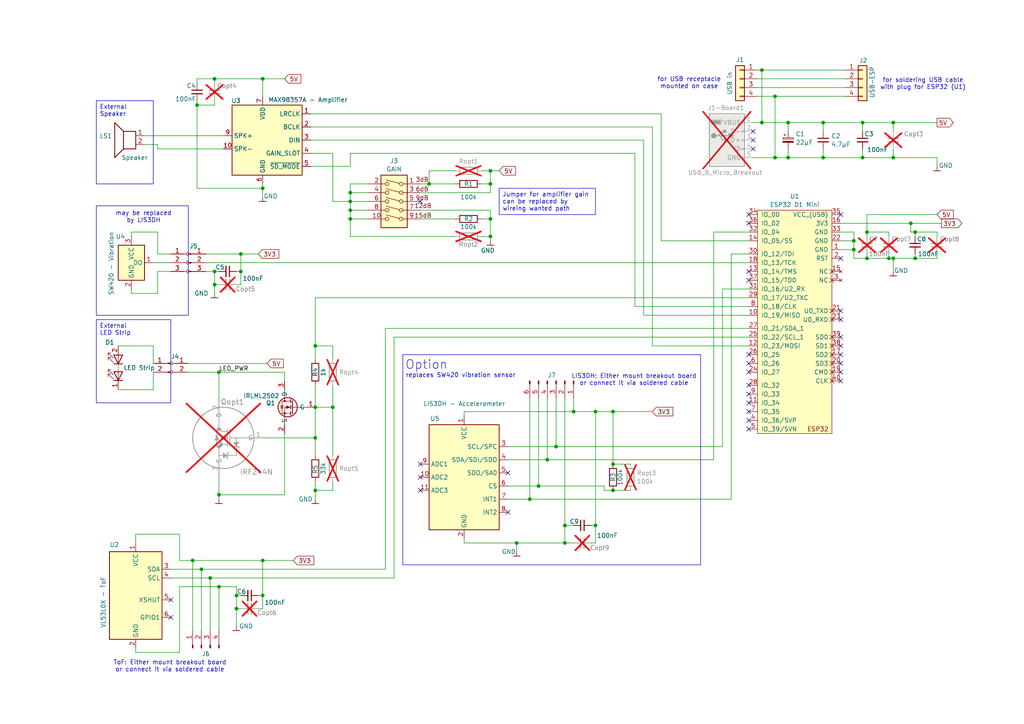
<source format=kicad_sch>
(kicad_sch (version 20250114) (generator "eeschema") (generator_version "9.0")
  (paper "A4")
  (title_block (title "LeoIoT - Goalfinder") (date "2025-05-31") (rev "01.04") (company "HTL Leonding, Leo Cub IoT") (comment 1 "SMD and Headers Only") (comment 2 "finding the basketball basket and hit detection") (comment 3 "Smart utility for guiding visually impaired people in "))
  (lib_symbols
    (symbol "Breakout_Boards:LIS3DH_Breakout"
      (property "Reference" "U" (at -8.89 16.51 0))
      (property "Value" "LIS3DH_Breakout" (at 9.144 16.51 0))
      (symbol "LIS3DH_Breakout_1_1"
        (pin input line (at -12.7 8.89 0) (length 2.54) (name "SCL/SPC") (number "3"))
        (pin bidirectional line (at -12.7 5.08 0) (length 2.54) (name "SDA/SDI/SDO") (number "4"))
        (pin bidirectional line (at -12.7 1.27 0) (length 2.54) (name "SDO/SA0") (number "5"))
        (pin input line (at -12.7 -2.54 0) (length 2.54) (name "CS") (number "6"))
        (pin output line (at -12.7 -6.35 0) (length 2.54) (name "INT1") (number "7"))
        (pin output line (at -12.7 -10.16 0) (length 2.54) (name "INT2") (number "8"))
        (pin power_in line (at 0 17.78 270) (length 2.54) (name "VCC") (number "1"))
        (pin power_in line (at 0 -17.78 90) (length 2.54) (name "GND") (number "2"))
        (pin input line (at 12.7 3.81 180) (length 2.54) (name "ADC1") (number "9"))
        (pin input line (at 12.7 0 180) (length 2.54) (name "ADC2") (number "10"))
        (pin input line (at 12.7 -3.81 180) (length 2.54) (name "ADC3") (number "11"))
      )
    )
    (symbol "Breakout_Boards:MAX98357A_Breakout"
      (property "Reference" "U" (at -8.89 11.43 0))
      (property "Value" "MAX98357A_Breakout" (at 12.446 11.684 0))
      (symbol "MAX98357A_Breakout_1_1"
        (pin input line (at -12.7 7.62 0) (length 2.54) (name "LRCLK") (number "1"))
        (pin input line (at -12.7 3.81 0) (length 2.54) (name "BCLK") (number "2"))
        (pin input line (at -12.7 0 0) (length 2.54) (name "DIN") (number "3"))
        (pin passive line (at -12.7 -3.81 0) (length 2.54) (name "GAIN_SLOT") (number "4"))
        (pin input line (at -12.7 -7.62 0) (length 2.54) (name "~{SD_MODE}") (number "5"))
        (pin power_in line (at 1.27 12.7 270) (length 2.54) (name "VDD") (number "7"))
        (pin power_in line (at 1.27 -12.7 90) (length 2.54) (name "GND") (number "6"))
        (pin output line (at 12.7 1.27 180) (length 2.54) (name "SPK+") (number "9"))
        (pin output line (at 12.7 -2.54 180) (length 2.54) (name "SPK-") (number "10"))
      )
    )
    (symbol "Breakout_Boards:SW420_Breakout"
      (property "Reference" "U" (at -6.35 13.97 0))
      (property "Value" "SW420_Breakout" (at 9.652 6.858 0))
      (symbol "SW420_Breakout_1_1"
        (pin output line (at -6.35 0 0) (length 2.54) (name "DO") (number "1"))
        (pin power_in line (at 0 7.62 270) (length 2.54) (name "VCC") (number "3"))
        (pin power_in line (at 0 -7.62 90) (length 2.54) (name "GND") (number "2"))
      )
    )
    (symbol "Breakout_Boards:USB_B_Micro_Breakout" (pin_names (offset 1.016))
      (property "Reference" "J" (at -5.08 8.89 0))
      (property "Value" "USB_B_Micro_Breakout" (at -5.334 -8.89 0))
      (symbol "USB_B_Micro_Breakout_1_1"
        (pin power_out line (at 7.62 5.08 180) (length 2.54) (name "VBUS") (number "1"))
        (pin bidirectional line (at 7.62 2.54 180) (length 2.54) (name "D-") (number "2"))
        (pin bidirectional line (at 7.62 0 180) (length 2.54) (name "D+") (number "3"))
        (pin passive line (at 7.62 -2.54 180) (length 2.54) (name "ID") (number "4"))
        (pin power_out line (at 7.62 -5.08 180) (length 2.54) (name "GND") (number "5"))
      )
    )
    (symbol "Breakout_Boards:VL53L0X_Breakout"
      (property "Reference" "U" (at -6.35 13.97 0))
      (property "Value" "VL53L0X_Breakout" (at 9.398 14.224 0))
      (symbol "VL53L0X_Breakout_1_1"
        (pin bidirectional line (at -10.16 7.62 0) (length 2.54) (name "SDA") (number "3"))
        (pin input line (at -10.16 5.08 0) (length 2.54) (name "SCL") (number "4"))
        (pin input line (at -10.16 -1.27 0) (length 2.54) (name "XSHUT") (number "5"))
        (pin open_collector line (at -10.16 -6.35 0) (length 2.54) (name "GPIO1") (number "6"))
        (pin power_in line (at 0 15.24 270) (length 2.54) (name "VCC") (number "1"))
        (pin power_in line (at 0 -15.24 90) (length 2.54) (name "GND") (number "2"))
      )
    )
    (symbol "Connector:Conn_01x02_Pin" (pin_names (offset 1.016) (hide yes))
      (property "Reference" "J" (at 0 2.54 0))
      (property "Value" "Conn_01x02_Pin" (at 0 -5.08 0))
      (symbol "Conn_01x02_Pin_1_1"
        (pin passive line (at 5.08 0 180) (length 3.81) (name "Pin_1") (number "1"))
        (pin passive line (at 5.08 -2.54 180) (length 3.81) (name "Pin_2") (number "2"))
      )
    )
    (symbol "Connector:Conn_01x02_Socket" (pin_names (offset 1.016) (hide yes))
      (property "Reference" "J" (at 0 2.54 0))
      (property "Value" "Conn_01x02_Socket" (at 0 -5.08 0))
      (symbol "Conn_01x02_Socket_1_1"
        (pin passive line (at -5.08 0 0) (length 3.81) (name "Pin_1") (number "1"))
        (pin passive line (at -5.08 -2.54 0) (length 3.81) (name "Pin_2") (number "2"))
      )
    )
    (symbol "Connector:Conn_01x03_Pin" (pin_names (offset 1.016) (hide yes))
      (property "Reference" "J" (at 0 5.08 0))
      (property "Value" "Conn_01x03_Pin" (at 0 -5.08 0))
      (symbol "Conn_01x03_Pin_1_1"
        (pin passive line (at 5.08 2.54 180) (length 3.81) (name "Pin_1") (number "1"))
        (pin passive line (at 5.08 0 180) (length 3.81) (name "Pin_2") (number "2"))
        (pin passive line (at 5.08 -2.54 180) (length 3.81) (name "Pin_3") (number "3"))
      )
    )
    (symbol "Connector:Conn_01x03_Socket" (pin_names (offset 1.016) (hide yes))
      (property "Reference" "J" (at 0 5.08 0))
      (property "Value" "Conn_01x03_Socket" (at 0 -5.08 0))
      (symbol "Conn_01x03_Socket_1_1"
        (pin passive line (at -5.08 2.54 0) (length 3.81) (name "Pin_1") (number "1"))
        (pin passive line (at -5.08 0 0) (length 3.81) (name "Pin_2") (number "2"))
        (pin passive line (at -5.08 -2.54 0) (length 3.81) (name "Pin_3") (number "3"))
      )
    )
    (symbol "Connector:Conn_01x04_Pin" (pin_names (offset 1.016) (hide yes))
      (property "Reference" "J" (at 0 5.08 0))
      (property "Value" "Conn_01x04_Pin" (at 0 -7.62 0))
      (symbol "Conn_01x04_Pin_1_1"
        (pin passive line (at 5.08 2.54 180) (length 3.81) (name "Pin_1") (number "1"))
        (pin passive line (at 5.08 0 180) (length 3.81) (name "Pin_2") (number "2"))
        (pin passive line (at 5.08 -2.54 180) (length 3.81) (name "Pin_3") (number "3"))
        (pin passive line (at 5.08 -5.08 180) (length 3.81) (name "Pin_4") (number "4"))
      )
    )
    (symbol "Connector:Conn_01x06_Pin" (pin_names (offset 1.016) (hide yes))
      (property "Reference" "J" (at 0 7.62 0))
      (property "Value" "Conn_01x06_Pin" (at 0 -10.16 0))
      (symbol "Conn_01x06_Pin_1_1"
        (pin passive line (at 5.08 5.08 180) (length 3.81) (name "Pin_1") (number "1"))
        (pin passive line (at 5.08 2.54 180) (length 3.81) (name "Pin_2") (number "2"))
        (pin passive line (at 5.08 0 180) (length 3.81) (name "Pin_3") (number "3"))
        (pin passive line (at 5.08 -2.54 180) (length 3.81) (name "Pin_4") (number "4"))
        (pin passive line (at 5.08 -5.08 180) (length 3.81) (name "Pin_5") (number "5"))
        (pin passive line (at 5.08 -7.62 180) (length 3.81) (name "Pin_6") (number "6"))
      )
    )
    (symbol "Connector_Generic:Conn_01x04" (pin_names (offset 1.016) (hide yes))
      (property "Reference" "J" (at 0 5.08 0))
      (property "Value" "Conn_01x04" (at 0 -7.62 0))
      (symbol "Conn_01x04_1_1"
        (pin passive line (at -5.08 2.54 0) (length 3.81) (name "Pin_1") (number "1"))
        (pin passive line (at -5.08 0 0) (length 3.81) (name "Pin_2") (number "2"))
        (pin passive line (at -5.08 -2.54 0) (length 3.81) (name "Pin_3") (number "3"))
        (pin passive line (at -5.08 -5.08 0) (length 3.81) (name "Pin_4") (number "4"))
      )
    )
    (symbol "Device:C_Polarized_Small" (pin_numbers (hide yes)) (pin_names (offset 0.254) (hide yes))
      (property "Reference" "C" (at 0.254 1.778 0))
      (property "Value" "C_Polarized_Small" (at 0.254 -2.032 0))
      (symbol "C_Polarized_Small_1_1"
        (pin passive line (at 0 2.54 270) (length 1.8542) (name "~") (number "1"))
        (pin passive line (at 0 -2.54 90) (length 1.8542) (name "~") (number "2"))
      )
    )
    (symbol "Device:C_Small" (pin_numbers (hide yes)) (pin_names (offset 0.254) (hide yes))
      (property "Reference" "C" (at 0.254 1.778 0))
      (property "Value" "C_Small" (at 0.254 -2.032 0))
      (symbol "C_Small_1_1"
        (pin passive line (at 0 2.54 270) (length 2.032) (name "~") (number "1"))
        (pin passive line (at 0 -2.54 90) (length 2.032) (name "~") (number "2"))
      )
    )
    (symbol "Device:LED_Series" (pin_names (offset 1.016) (hide yes))
      (property "Reference" "D" (at 0 5.715 0))
      (property "Value" "LED_Series" (at 0 3.81 0))
      (symbol "LED_Series_1_1"
        (pin passive line (at -6.35 0 0) (length 2.54) (name "K") (number "1"))
        (pin passive line (at 6.35 0 180) (length 2.54) (name "A") (number "2"))
      )
    )
    (symbol "Device:R" (pin_numbers (hide yes)) (pin_names (offset 0))
      (property "Reference" "R" (at 2.032 0 90))
      (property "Value" "R" (at 0 0 90))
      (symbol "R_1_1"
        (pin passive line (at 0 3.81 270) (length 1.27) (name "~") (number "1"))
        (pin passive line (at 0 -3.81 90) (length 1.27) (name "~") (number "2"))
      )
    )
    (symbol "Device:Speaker" (pin_names (offset 0) (hide yes))
      (property "Reference" "LS" (at 1.27 5.715 0))
      (property "Value" "Speaker" (at 1.27 3.81 0))
      (symbol "Speaker_1_1"
        (pin input line (at -5.08 0 0) (length 2.54) (name "1") (number "1"))
        (pin input line (at -5.08 -2.54 0) (length 2.54) (name "2") (number "2"))
      )
    )
    (symbol "ESP32_D1_mini:ESP32_D1_mini_AZ-Delivery" (pin_names (offset 1.016))
      (property "Reference" "U" (at -9.398 1.778 0))
      (property "Value" "AZ-Delivery ESP32 D1 mini" (at 13.716 2.032 0))
      (symbol "ESP32_D1_mini_AZ-Delivery_0_0"
        (text "ESP32" (at 7.366 -63.5 0) (effects (font (size 1.27 1.27))))
        (pin power_in line (at 13.97 -11.43 180) (length 2.54) (name "GND") (number "1"))
        (pin input line (at 13.97 -13.97 180) (length 2.54) (name "RST") (number "2"))
        (pin no_connect non_logic (at 13.97 -20.32 180) (length 2.54) (name "NC") (number "3"))
      )
      (symbol "ESP32_D1_mini_AZ-Delivery_1_0"
        (pin input line (at -12.7 -60.96 0) (length 2.54) (name "IO_36/SVP") (number "4"))
        (pin input line (at -12.7 -63.5 0) (length 2.54) (name "IO_39/SVN") (number "5"))
      )
      (symbol "ESP32_D1_mini_AZ-Delivery_1_1"
        (pin bidirectional line (at -12.7 -1.27 0) (length 2.54) (name "IO_00") (number "34"))
        (pin bidirectional line (at -12.7 -3.81 0) (length 2.54) (name "IO_02") (number "36"))
        (pin bidirectional line (at -12.7 -6.35 0) (length 2.54) (name "IO_04") (number "32"))
        (pin bidirectional line (at -12.7 -8.89 0) (length 2.54) (name "IO_05/SS") (number "14"))
        (pin bidirectional line (at -12.7 -12.7 0) (length 2.54) (name "IO_12/TDI") (number "30"))
        (pin bidirectional line (at -12.7 -15.24 0) (length 2.54) (name "IO_13/TCK") (number "18"))
        (pin bidirectional line (at -12.7 -17.78 0) (length 2.54) (name "IO_14/TMS") (number "13"))
        (pin bidirectional line (at -12.7 -20.32 0) (length 2.54) (name "IO_15/TD0") (number "37"))
        (pin bidirectional line (at -12.7 -22.86 0) (length 2.54) (name "IO_16/U2_RX") (number "31"))
        (pin bidirectional line (at -12.7 -25.4 0) (length 2.54) (name "IO_17/U2_TXC") (number "29"))
        (pin bidirectional line (at -12.7 -27.94 0) (length 2.54) (name "IO_18/CLK") (number "8"))
        (pin bidirectional line (at -12.7 -30.48 0) (length 2.54) (name "IO_19/MISO") (number "10"))
        (pin bidirectional line (at -12.7 -34.29 0) (length 2.54) (name "IO_21/SDA_1") (number "27"))
        (pin bidirectional line (at -12.7 -36.83 0) (length 2.54) (name "IO_22/SCL_1") (number "25"))
        (pin bidirectional line (at -12.7 -39.37 0) (length 2.54) (name "IO_23/MOSI") (number "12"))
        (pin bidirectional line (at -12.7 -41.91 0) (length 2.54) (name "IO_25") (number "26"))
        (pin bidirectional line (at -12.7 -44.45 0) (length 2.54) (name "IO_26") (number "6"))
        (pin bidirectional line (at -12.7 -46.99 0) (length 2.54) (name "IO_27") (number "24"))
        (pin bidirectional line (at -12.7 -50.8 0) (length 2.54) (name "IO_32") (number "28"))
        (pin bidirectional line (at -12.7 -53.34 0) (length 2.54) (name "IO_33") (number "9"))
        (pin input line (at -12.7 -55.88 0) (length 2.54) (name "IO_34") (number "11"))
        (pin input line (at -12.7 -58.42 0) (length 2.54) (name "IO_35") (number "7"))
        (pin power_in line (at 13.97 -1.27 180) (length 2.54) (name "VCC_(USB)") (number "35"))
        (pin power_in line (at 13.97 -3.81 180) (length 2.54) (name "3V3") (number "16"))
        (pin power_in line (at 13.97 -6.35 180) (length 2.54) (name "GND") (number "33"))
        (pin power_in line (at 13.97 -8.89 180) (length 2.54) (name "GND") (number "22"))
        (pin no_connect non_logic (at 13.97 -17.78 180) (length 2.54) (name "NC") (number "15"))
        (pin passive non_logic (at 13.97 -29.21 180) (length 2.54) (name "U0_TXD") (number "21"))
        (pin passive non_logic (at 13.97 -31.75 180) (length 2.54) (name "U0_RXD") (number "23"))
        (pin passive non_logic (at 13.97 -36.83 180) (length 2.54) (name "SD0") (number "39"))
        (pin passive non_logic (at 13.97 -39.37 180) (length 2.54) (name "SD1") (number "38"))
        (pin passive non_logic (at 13.97 -41.91 180) (length 2.54) (name "SD2") (number "17"))
        (pin passive non_logic (at 13.97 -44.45 180) (length 2.54) (name "SD3") (number "20"))
        (pin passive non_logic (at 13.97 -46.99 180) (length 2.54) (name "CMD") (number "19"))
        (pin passive non_logic (at 13.97 -49.53 180) (length 2.54) (name "CLK") (number "40"))
      )
    )
    (symbol "Switch:SW_DIP_x05" (pin_names (offset 0) (hide yes))
      (property "Reference" "J1" (at 0 11.7645 0))
      (property "Value" "GAIN" (at 0 9.3402 0))
      (symbol "SW_DIP_x05_1_1"
        (text "12dB" (at -8.382 -1.27 0) (effects (font (size 1.27 1.27))))
        (text "15dB" (at -8.382 -4.064 0) (effects (font (size 1.27 1.27))))
        (text "3dB" (at -8.128 6.35 0) (effects (font (size 1.27 1.27))))
        (text "6dB" (at -8.128 3.556 0) (effects (font (size 1.27 1.27))))
        (text "9dB" (at -8.128 1.016 0) (effects (font (size 1.27 1.27))))
        (pin passive line (at -7.62 5.08 0) (length 5.08) (name "~") (number "1"))
        (pin passive line (at -7.62 2.54 0) (length 5.08) (name "~") (number "3"))
        (pin passive line (at -7.62 0 0) (length 5.08) (name "~") (number "5"))
        (pin passive line (at -7.62 -2.54 0) (length 5.08) (name "~") (number "7"))
        (pin passive line (at -7.62 -5.08 0) (length 5.08) (name "~") (number "9"))
        (pin passive line (at 7.62 5.08 180) (length 5.08) (name "~") (number "2"))
        (pin passive line (at 7.62 2.54 180) (length 5.08) (name "~") (number "4"))
        (pin passive line (at 7.62 0 180) (length 5.08) (name "~") (number "6"))
        (pin passive line (at 7.62 -2.54 180) (length 5.08) (name "~") (number "8"))
        (pin passive line (at 7.62 -5.08 180) (length 5.08) (name "~") (number "10"))
      )
    )
    (symbol "Transistor_FET_Own:IRFZ44N_127" (pin_names (offset 0.254))
      (property "Reference" "Q1" (at 2.286 8.382 0))
      (property "Value" "IRFZ44N" (at -3.048 -9.906 0))
      (symbol "IRFZ44N_127_1_1"
        (pin passive line (at 0 0 0) (length 2.54) (name "G") (number "1"))
        (pin passive line (at 12.7 10.16 270) (length 2.54) (name "D") (number "2"))
        (pin passive line (at 12.7 -10.16 90) (length 2.54) (name "S") (number "3"))
      )
    )
    (symbol "Transistor_FET_Own:IRLML2502"
      (property "Reference" "Q" (at 5.08 1.905 0))
      (property "Value" "IRLML2502" (at 5.08 0 0))
      (symbol "IRLML2502_1_1"
        (pin input line (at -6.35 0 0) (length 2.54) (name "G") (number "1"))
        (pin passive line (at 2.54 7.62 270) (length 2.54) (name "D") (number "3"))
        (pin passive line (at 2.54 -7.62 90) (length 2.54) (name "S") (number "2"))
      )
    )
    (symbol "power_my:GND_eu" (power) (pin_names (offset 0))
      (property "Value" "GND_eu" (at 0 -2.54 0))
      (symbol "GND_eu_1_1"
        (pin power_in line (at 0 0 90) (length 0) (hide yes) (name "GND") (number "1"))
      )
    )
  )
  (rectangle (start 27.94 59.69) (end 54.61 91.44))
  (rectangle (start 116.84 102.87) (end 203.2 163.83))
  (text "for USB receptacle\nmounted on case" (at 199.898 24.13 0) (effects (font (size 1.27 1.27))))
  (text "may be replaced\nby LIS3DH" (at 41.656 62.992 0) (effects (font (size 1.27 1.27))))
  (text "Option" (at 123.698 105.918 0) (effects (font (size 2.54 2.54))))
  (text "ToF: Either mount breakout board\nor connect it via soldered cable" (at 49.276 193.294 0) (effects (font (size 1.27 1.27))))
  (text "LIS3DH: Either mount breakout board\nor connect it via soldered cable" (at 183.896 110.236 0) (effects (font (size 1.27 1.27))))
  (text "for soldering USB cable\nwith plug for ESP32 (U1)" (at 267.716 24.384 0) (effects (font (size 1.27 1.27))))
  (text "replaces SW420 vibration sensor" (at 133.604 108.966 0) (effects (font (size 1.27 1.27))))
  (text_box "External\nSpeaker" (at 27.94 29.21 0) (size 16.51 24.13) (margins 0.9525 0.9525 0.9525 0.9525) (effects (font (size 1.27 1.27)) (justify left top)))
  (text_box "Jumper for amplifier gain\ncan be replaced by \nwireing wanted path" (at 144.78 54.61 0) (size 27.94 7.62) (margins 0.9525 0.9525 0.9525 0.9525) (effects (font (size 1.27 1.27)) (justify left top)))
  (text_box "External\nLED Strip" (at 27.94 92.71 0) (size 21.59 24.13) (margins 0.9525 0.9525 0.9525 0.9525) (effects (font (size 1.27 1.27)) (justify left top)))
  (junction (at 238.76 35.56))
  (junction (at 172.72 119.38))
  (junction (at 58.42 165.1))
  (junction (at 172.72 152.4))
  (junction (at 257.81 74.93))
  (junction (at 91.44 100.33))
  (junction (at 142.24 53.34))
  (junction (at 251.46 74.93))
  (junction (at 156.21 140.97))
  (junction (at 101.6 63.5))
  (junction (at 62.23 22.86))
  (junction (at 259.08 74.93))
  (junction (at 60.96 167.64))
  (junction (at 228.6 45.72))
  (junction (at 220.98 20.32))
  (junction (at 63.5 143.51))
  (junction (at 76.2 172.72))
  (junction (at 224.79 45.72))
  (junction (at 76.2 162.56))
  (junction (at 101.6 58.42))
  (junction (at 265.43 74.93))
  (junction (at 69.85 78.74))
  (junction (at 265.43 67.31))
  (junction (at 62.23 82.55))
  (junction (at 63.5 107.95))
  (junction (at 96.52 118.11))
  (junction (at 91.44 142.24))
  (junction (at 224.79 27.94))
  (junction (at 163.83 152.4))
  (junction (at 76.2 54.61))
  (junction (at 101.6 60.96))
  (junction (at 142.24 68.58))
  (junction (at 142.24 49.53))
  (junction (at 220.98 35.56))
  (junction (at 166.37 119.38))
  (junction (at 250.19 45.72))
  (junction (at 149.86 157.48))
  (junction (at 101.6 55.88))
  (junction (at 124.46 53.34))
  (junction (at 91.44 127))
  (junction (at 259.08 35.56))
  (junction (at 68.58 172.72))
  (junction (at 69.85 73.66))
  (junction (at 153.67 144.78))
  (junction (at 91.44 118.11))
  (junction (at 142.24 63.5))
  (junction (at 238.76 45.72))
  (junction (at 76.2 22.86))
  (junction (at 251.46 67.31))
  (junction (at 68.58 176.53))
  (junction (at 177.8 142.24))
  (junction (at 55.88 162.56))
  (junction (at 247.65 72.39))
  (junction (at 259.08 45.72))
  (junction (at 177.8 119.38))
  (junction (at 57.15 30.48))
  (junction (at 250.19 35.56))
  (junction (at 158.75 133.35))
  (junction (at 228.6 35.56))
  (junction (at 163.83 157.48))
  (junction (at 264.16 64.77))
  (junction (at 62.23 78.74))
  (junction (at 63.5 170.18))
  (junction (at 177.8 134.62))
  (junction (at 247.65 69.85))
  (junction (at 161.29 129.54))
  (no_connect (at 243.84 92.71))
  (no_connect (at 217.17 111.76))
  (no_connect (at 217.17 102.87))
  (no_connect (at 49.53 179.07))
  (no_connect (at 243.84 110.49))
  (no_connect (at 243.84 102.87))
  (no_connect (at 217.17 114.3))
  (no_connect (at 217.17 105.41))
  (no_connect (at 243.84 97.79))
  (no_connect (at 147.32 148.59))
  (no_connect (at 217.17 119.38))
  (no_connect (at 121.92 142.24))
  (no_connect (at 217.17 62.23))
  (no_connect (at 121.92 58.42))
  (no_connect (at 217.17 116.84))
  (no_connect (at 147.32 137.16))
  (no_connect (at 49.53 173.99))
  (no_connect (at 218.44 43.18))
  (no_connect (at 218.44 38.1))
  (no_connect (at 243.84 107.95))
  (no_connect (at 217.17 107.95))
  (no_connect (at 217.17 81.28))
  (no_connect (at 121.92 134.62))
  (no_connect (at 243.84 90.17))
  (no_connect (at 243.84 74.93))
  (no_connect (at 217.17 124.46))
  (no_connect (at 243.84 105.41))
  (no_connect (at 121.92 138.43))
  (no_connect (at 217.17 78.74))
  (no_connect (at 218.44 40.64))
  (no_connect (at 217.17 64.77))
  (no_connect (at 243.84 62.23))
  (no_connect (at 243.84 100.33))
  (no_connect (at 217.17 121.92))
  (wire (pts (xy 68.58 170.18) (xy 68.58 172.72)))
  (wire (pts (xy 52.07 154.94) (xy 39.37 154.94)))
  (wire (pts (xy 96.52 58.42) (xy 101.6 58.42)))
  (wire (pts (xy 191.77 69.85) (xy 217.17 69.85)))
  (wire (pts (xy 57.15 22.86) (xy 62.23 22.86)))
  (wire (pts (xy 55.88 162.56) (xy 76.2 162.56)))
  (wire (pts (xy 57.15 30.48) (xy 57.15 54.61)))
  (wire (pts (xy 259.08 74.93) (xy 259.08 78.74)))
  (wire (pts (xy 96.52 118.11) (xy 96.52 132.08)))
  (wire (pts (xy 68.58 82.55) (xy 69.85 82.55)))
  (wire (pts (xy 259.08 38.1) (xy 259.08 35.56)))
  (wire (pts (xy 243.84 72.39) (xy 247.65 72.39)))
  (wire (pts (xy 38.1 83.82) (xy 38.1 85.09)))
  (wire (pts (xy 163.83 115.57) (xy 163.83 152.4)))
  (wire (pts (xy 57.15 22.86) (xy 57.15 24.13)))
  (wire (pts (xy 251.46 67.31) (xy 251.46 68.58)))
  (wire (pts (xy 45.72 85.09) (xy 38.1 85.09)))
  (wire (pts (xy 247.65 69.85) (xy 247.65 67.31)))
  (wire (pts (xy 243.84 69.85) (xy 247.65 69.85)))
  (wire (pts (xy 139.7 53.34) (xy 142.24 53.34)))
  (wire (pts (xy 68.58 176.53) (xy 68.58 181.61)))
  (wire (pts (xy 139.7 68.58) (xy 142.24 68.58)))
  (wire (pts (xy 59.69 73.66) (xy 69.85 73.66)))
  (wire (pts (xy 238.76 35.56) (xy 250.19 35.56)))
  (wire (pts (xy 101.6 53.34) (xy 101.6 55.88)))
  (wire (pts (xy 49.53 167.64) (xy 60.96 167.64)))
  (wire (pts (xy 191.77 69.85) (xy 191.77 33.02)))
  (wire (pts (xy 58.42 165.1) (xy 111.76 165.1)))
  (wire (pts (xy 52.07 162.56) (xy 55.88 162.56)))
  (wire (pts (xy 250.19 45.72) (xy 259.08 45.72)))
  (wire (pts (xy 228.6 43.18) (xy 228.6 45.72)))
  (wire (pts (xy 44.45 107.95) (xy 44.45 113.03)))
  (wire (pts (xy 184.15 88.9) (xy 217.17 88.9)))
  (wire (pts (xy 68.58 172.72) (xy 68.58 176.53)))
  (wire (pts (xy 101.6 44.45) (xy 101.6 48.26)))
  (wire (pts (xy 265.43 74.93) (xy 271.78 74.93)))
  (wire (pts (xy 247.65 74.93) (xy 247.65 72.39)))
  (wire (pts (xy 69.85 73.66) (xy 69.85 78.74)))
  (wire (pts (xy 34.29 100.33) (xy 44.45 100.33)))
  (wire (pts (xy 91.44 86.36) (xy 91.44 100.33)))
  (wire (pts (xy 101.6 44.45) (xy 184.15 44.45)))
  (wire (pts (xy 60.96 167.64) (xy 114.3 167.64)))
  (wire (pts (xy 59.69 76.2) (xy 217.17 76.2)))
  (wire (pts (xy 69.85 78.74) (xy 68.58 78.74)))
  (wire (pts (xy 161.29 129.54) (xy 209.55 129.54)))
  (wire (pts (xy 101.6 60.96) (xy 101.6 63.5)))
  (wire (pts (xy 177.8 134.62) (xy 182.88 134.62)))
  (wire (pts (xy 158.75 115.57) (xy 158.75 133.35)))
  (wire (pts (xy 175.26 140.97) (xy 156.21 140.97)))
  (wire (pts (xy 171.45 157.48) (xy 172.72 157.48)))
  (wire (pts (xy 156.21 115.57) (xy 156.21 140.97)))
  (wire (pts (xy 251.46 73.66) (xy 251.46 74.93)))
  (wire (pts (xy 175.26 142.24) (xy 177.8 142.24)))
  (wire (pts (xy 189.23 100.33) (xy 217.17 100.33)))
  (wire (pts (xy 251.46 74.93) (xy 257.81 74.93)))
  (wire (pts (xy 228.6 38.1) (xy 228.6 35.56)))
  (wire (pts (xy 271.78 68.58) (xy 271.78 67.31)))
  (wire (pts (xy 96.52 44.45) (xy 90.17 44.45)))
  (wire (pts (xy 101.6 58.42) (xy 106.68 58.42)))
  (wire (pts (xy 251.46 62.23) (xy 271.78 62.23)))
  (wire (pts (xy 62.23 78.74) (xy 62.23 82.55)))
  (wire (pts (xy 177.8 119.38) (xy 189.23 119.38)))
  (wire (pts (xy 265.43 67.31) (xy 265.43 68.58)))
  (wire (pts (xy 90.17 40.64) (xy 186.69 40.64)))
  (wire (pts (xy 220.98 35.56) (xy 228.6 35.56)))
  (wire (pts (xy 257.81 73.66) (xy 257.81 74.93)))
  (wire (pts (xy 121.92 55.88) (xy 142.24 55.88)))
  (wire (pts (xy 45.72 43.18) (xy 45.72 41.91)))
  (wire (pts (xy 124.46 49.53) (xy 124.46 53.34)))
  (wire (pts (xy 142.24 69.85) (xy 142.24 68.58)))
  (wire (pts (xy 153.67 144.78) (xy 212.09 144.78)))
  (wire (pts (xy 163.83 157.48) (xy 166.37 157.48)))
  (wire (pts (xy 184.15 44.45) (xy 184.15 88.9)))
  (wire (pts (xy 101.6 48.26) (xy 90.17 48.26)))
  (wire (pts (xy 76.2 53.34) (xy 76.2 54.61)))
  (wire (pts (xy 259.08 43.18) (xy 259.08 45.72)))
  (wire (pts (xy 147.32 129.54) (xy 161.29 129.54)))
  (wire (pts (xy 271.78 73.66) (xy 271.78 74.93)))
  (wire (pts (xy 224.79 27.94) (xy 245.11 27.94)))
  (wire (pts (xy 251.46 67.31) (xy 257.81 67.31)))
  (wire (pts (xy 63.5 170.18) (xy 63.5 182.88)))
  (wire (pts (xy 149.86 157.48) (xy 149.86 160.02)))
  (wire (pts (xy 172.72 152.4) (xy 172.72 157.48)))
  (wire (pts (xy 217.17 86.36) (xy 91.44 86.36)))
  (wire (pts (xy 114.3 167.64) (xy 114.3 97.79)))
  (wire (pts (xy 166.37 119.38) (xy 172.72 119.38)))
  (wire (pts (xy 96.52 139.7) (xy 96.52 142.24)))
  (wire (pts (xy 63.5 143.51) (xy 63.5 137.16)))
  (wire (pts (xy 91.44 142.24) (xy 91.44 144.78)))
  (wire (pts (xy 251.46 62.23) (xy 251.46 67.31)))
  (wire (pts (xy 96.52 44.45) (xy 96.52 58.42)))
  (wire (pts (xy 96.52 100.33) (xy 91.44 100.33)))
  (wire (pts (xy 121.92 60.96) (xy 142.24 60.96)))
  (wire (pts (xy 238.76 43.18) (xy 238.76 45.72)))
  (wire (pts (xy 76.2 22.86) (xy 82.55 22.86)))
  (wire (pts (xy 101.6 58.42) (xy 101.6 60.96)))
  (wire (pts (xy 158.75 133.35) (xy 207.01 133.35)))
  (wire (pts (xy 63.5 107.95) (xy 54.61 107.95)))
  (wire (pts (xy 69.85 73.66) (xy 74.93 73.66)))
  (wire (pts (xy 58.42 165.1) (xy 58.42 182.88)))
  (wire (pts (xy 220.98 20.32) (xy 245.11 20.32)))
  (wire (pts (xy 238.76 35.56) (xy 238.76 38.1)))
  (wire (pts (xy 250.19 35.56) (xy 250.19 38.1)))
  (wire (pts (xy 144.78 49.53) (xy 142.24 49.53)))
  (wire (pts (xy 228.6 45.72) (xy 238.76 45.72)))
  (wire (pts (xy 219.71 27.94) (xy 224.79 27.94)))
  (wire (pts (xy 163.83 152.4) (xy 166.37 152.4)))
  (wire (pts (xy 111.76 95.25) (xy 217.17 95.25)))
  (wire (pts (xy 59.69 78.74) (xy 62.23 78.74)))
  (wire (pts (xy 259.08 74.93) (xy 265.43 74.93)))
  (wire (pts (xy 153.67 115.57) (xy 153.67 144.78)))
  (wire (pts (xy 228.6 35.56) (xy 238.76 35.56)))
  (wire (pts (xy 101.6 55.88) (xy 101.6 58.42)))
  (wire (pts (xy 250.19 35.56) (xy 259.08 35.56)))
  (wire (pts (xy 44.45 105.41) (xy 44.45 100.33)))
  (wire (pts (xy 265.43 73.66) (xy 265.43 74.93)))
  (wire (pts (xy 251.46 74.93) (xy 247.65 74.93)))
  (wire (pts (xy 62.23 82.55) (xy 62.23 85.09)))
  (wire (pts (xy 264.16 64.77) (xy 264.16 67.31)))
  (wire (pts (xy 52.07 170.18) (xy 63.5 170.18)))
  (wire (pts (xy 76.2 162.56) (xy 85.09 162.56)))
  (wire (pts (xy 62.23 24.13) (xy 62.23 22.86)))
  (wire (pts (xy 76.2 22.86) (xy 76.2 27.94)))
  (wire (pts (xy 38.1 67.31) (xy 38.1 68.58)))
  (wire (pts (xy 114.3 97.79) (xy 217.17 97.79)))
  (wire (pts (xy 218.44 35.56) (xy 220.98 35.56)))
  (wire (pts (xy 212.09 73.66) (xy 212.09 144.78)))
  (wire (pts (xy 166.37 115.57) (xy 166.37 119.38)))
  (wire (pts (xy 172.72 119.38) (xy 177.8 119.38)))
  (wire (pts (xy 147.32 140.97) (xy 156.21 140.97)))
  (wire (pts (xy 218.44 45.72) (xy 224.79 45.72)))
  (wire (pts (xy 172.72 152.4) (xy 171.45 152.4)))
  (wire (pts (xy 90.17 36.83) (xy 189.23 36.83)))
  (wire (pts (xy 39.37 154.94) (xy 39.37 157.48)))
  (wire (pts (xy 91.44 127) (xy 91.44 132.08)))
  (wire (pts (xy 62.23 22.86) (xy 76.2 22.86)))
  (wire (pts (xy 101.6 68.58) (xy 101.6 63.5)))
  (wire (pts (xy 134.62 157.48) (xy 149.86 157.48)))
  (wire (pts (xy 101.6 63.5) (xy 106.68 63.5)))
  (wire (pts (xy 52.07 189.23) (xy 39.37 189.23)))
  (wire (pts (xy 250.19 43.18) (xy 250.19 45.72)))
  (wire (pts (xy 76.2 127) (xy 91.44 127)))
  (wire (pts (xy 45.72 78.74) (xy 49.53 78.74)))
  (wire (pts (xy 91.44 139.7) (xy 91.44 142.24)))
  (wire (pts (xy 220.98 20.32) (xy 220.98 35.56)))
  (wire (pts (xy 177.8 142.24) (xy 182.88 142.24)))
  (wire (pts (xy 189.23 36.83) (xy 189.23 100.33)))
  (wire (pts (xy 224.79 45.72) (xy 228.6 45.72)))
  (wire (pts (xy 247.65 72.39) (xy 247.65 69.85)))
  (wire (pts (xy 134.62 157.48) (xy 134.62 156.21)))
  (wire (pts (xy 41.91 41.91) (xy 45.72 41.91)))
  (wire (pts (xy 101.6 55.88) (xy 106.68 55.88)))
  (wire (pts (xy 63.5 82.55) (xy 62.23 82.55)))
  (wire (pts (xy 161.29 115.57) (xy 161.29 129.54)))
  (wire (pts (xy 45.72 67.31) (xy 38.1 67.31)))
  (wire (pts (xy 124.46 53.34) (xy 121.92 53.34)))
  (wire (pts (xy 96.52 111.76) (xy 96.52 118.11)))
  (wire (pts (xy 209.55 83.82) (xy 209.55 129.54)))
  (wire (pts (xy 139.7 63.5) (xy 142.24 63.5)))
  (wire (pts (xy 163.83 152.4) (xy 163.83 157.48)))
  (wire (pts (xy 82.55 107.95) (xy 82.55 110.49)))
  (wire (pts (xy 101.6 60.96) (xy 106.68 60.96)))
  (wire (pts (xy 63.5 143.51) (xy 63.5 144.78)))
  (wire (pts (xy 91.44 142.24) (xy 96.52 142.24)))
  (wire (pts (xy 63.5 143.51) (xy 82.55 143.51)))
  (wire (pts (xy 63.5 107.95) (xy 82.55 107.95)))
  (wire (pts (xy 142.24 63.5) (xy 142.24 68.58)))
  (wire (pts (xy 90.17 33.02) (xy 191.77 33.02)))
  (wire (pts (xy 55.88 162.56) (xy 55.88 182.88)))
  (wire (pts (xy 62.23 30.48) (xy 57.15 30.48)))
  (wire (pts (xy 124.46 53.34) (xy 132.08 53.34)))
  (wire (pts (xy 207.01 67.31) (xy 217.17 67.31)))
  (wire (pts (xy 219.71 22.86) (xy 245.11 22.86)))
  (wire (pts (xy 139.7 49.53) (xy 142.24 49.53)))
  (wire (pts (xy 52.07 154.94) (xy 52.07 162.56)))
  (wire (pts (xy 76.2 172.72) (xy 76.2 176.53)))
  (wire (pts (xy 91.44 111.76) (xy 91.44 118.11)))
  (wire (pts (xy 76.2 54.61) (xy 76.2 57.15)))
  (wire (pts (xy 45.72 67.31) (xy 45.72 73.66)))
  (wire (pts (xy 82.55 125.73) (xy 82.55 143.51)))
  (wire (pts (xy 224.79 27.94) (xy 224.79 45.72)))
  (wire (pts (xy 57.15 54.61) (xy 76.2 54.61)))
  (wire (pts (xy 219.71 20.32) (xy 220.98 20.32)))
  (wire (pts (xy 45.72 78.74) (xy 45.72 85.09)))
  (wire (pts (xy 175.26 142.24) (xy 175.26 140.97)))
  (wire (pts (xy 69.85 78.74) (xy 69.85 82.55)))
  (wire (pts (xy 91.44 118.11) (xy 96.52 118.11)))
  (wire (pts (xy 209.55 83.82) (xy 217.17 83.82)))
  (wire (pts (xy 76.2 172.72) (xy 74.93 172.72)))
  (wire (pts (xy 257.81 68.58) (xy 257.81 67.31)))
  (wire (pts (xy 44.45 76.2) (xy 49.53 76.2)))
  (wire (pts (xy 147.32 144.78) (xy 153.67 144.78)))
  (wire (pts (xy 142.24 49.53) (xy 142.24 53.34)))
  (wire (pts (xy 96.52 104.14) (xy 96.52 100.33)))
  (wire (pts (xy 49.53 73.66) (xy 45.72 73.66)))
  (wire (pts (xy 54.61 105.41) (xy 77.47 105.41)))
  (wire (pts (xy 69.85 176.53) (xy 68.58 176.53)))
  (wire (pts (xy 172.72 119.38) (xy 172.72 152.4)))
  (wire (pts (xy 142.24 60.96) (xy 142.24 63.5)))
  (wire (pts (xy 63.5 116.84) (xy 63.5 107.95)))
  (wire (pts (xy 219.71 25.4) (xy 245.11 25.4)))
  (wire (pts (xy 60.96 167.64) (xy 60.96 182.88)))
  (wire (pts (xy 49.53 165.1) (xy 58.42 165.1)))
  (wire (pts (xy 265.43 67.31) (xy 271.78 67.31)))
  (wire (pts (xy 132.08 49.53) (xy 124.46 49.53)))
  (wire (pts (xy 74.93 176.53) (xy 76.2 176.53)))
  (wire (pts (xy 134.62 119.38) (xy 166.37 119.38)))
  (wire (pts (xy 142.24 53.34) (xy 142.24 55.88)))
  (wire (pts (xy 63.5 78.74) (xy 62.23 78.74)))
  (wire (pts (xy 271.78 45.72) (xy 271.78 48.26)))
  (wire (pts (xy 121.92 63.5) (xy 132.08 63.5)))
  (wire (pts (xy 207.01 67.31) (xy 207.01 133.35)))
  (wire (pts (xy 101.6 68.58) (xy 132.08 68.58)))
  (wire (pts (xy 177.8 119.38) (xy 177.8 134.62)))
  (wire (pts (xy 259.08 35.56) (xy 271.78 35.56)))
  (wire (pts (xy 238.76 45.72) (xy 250.19 45.72)))
  (wire (pts (xy 111.76 165.1) (xy 111.76 95.25)))
  (wire (pts (xy 264.16 67.31) (xy 265.43 67.31)))
  (wire (pts (xy 259.08 45.72) (xy 271.78 45.72)))
  (wire (pts (xy 91.44 100.33) (xy 91.44 104.14)))
  (wire (pts (xy 247.65 67.31) (xy 243.84 67.31)))
  (wire (pts (xy 149.86 157.48) (xy 163.83 157.48)))
  (wire (pts (xy 91.44 118.11) (xy 91.44 127)))
  (wire (pts (xy 57.15 29.21) (xy 57.15 30.48)))
  (wire (pts (xy 63.5 170.18) (xy 68.58 170.18)))
  (wire (pts (xy 41.91 39.37) (xy 64.77 39.37)))
  (wire (pts (xy 147.32 133.35) (xy 158.75 133.35)))
  (wire (pts (xy 212.09 73.66) (xy 217.17 73.66)))
  (wire (pts (xy 52.07 170.18) (xy 52.07 189.23)))
  (wire (pts (xy 257.81 74.93) (xy 259.08 74.93)))
  (wire (pts (xy 39.37 187.96) (xy 39.37 189.23)))
  (wire (pts (xy 243.84 64.77) (xy 264.16 64.77)))
  (wire (pts (xy 62.23 29.21) (xy 62.23 30.48)))
  (wire (pts (xy 101.6 53.34) (xy 106.68 53.34)))
  (wire (pts (xy 186.69 40.64) (xy 186.69 91.44)))
  (wire (pts (xy 44.45 113.03) (xy 34.29 113.03)))
  (wire (pts (xy 76.2 162.56) (xy 76.2 172.72)))
  (wire (pts (xy 186.69 91.44) (xy 217.17 91.44)))
  (wire (pts (xy 134.62 119.38) (xy 134.62 120.65)))
  (wire (pts (xy 64.77 43.18) (xy 45.72 43.18)))
  (wire (pts (xy 264.16 64.77) (xy 273.05 64.77)))
  (wire (pts (xy 69.85 172.72) (xy 68.58 172.72)))
  (label "LED_PWR" (at 63.5 107.95 0))
  (global_label "5V" (shape output) (at 271.78 35.56 0) (property "Intersheetrefs" "${INTERSHEET_REFS}" (effects (hide yes))))
  (global_label "3V3" (shape output) (at 273.05 64.77 0) (property "Intersheetrefs" "${INTERSHEET_REFS}" (effects (hide yes))))
  (global_label "5V" (shape input) (at 271.78 62.23 0) (property "Intersheetrefs" "${INTERSHEET_REFS}" (effects (hide yes))))
  (global_label "3V3" (shape input) (at 74.93 73.66 0) (property "Intersheetrefs" "${INTERSHEET_REFS}" (effects (hide yes))))
  (global_label "3V3" (shape input) (at 189.23 119.38 0) (property "Intersheetrefs" "${INTERSHEET_REFS}" (effects (hide yes))))
  (global_label "5V" (shape input) (at 77.47 105.41 0) (property "Intersheetrefs" "${INTERSHEET_REFS}" (effects (hide yes))))
  (global_label "3V3" (shape input) (at 85.09 162.56 0) (property "Intersheetrefs" "${INTERSHEET_REFS}" (effects (hide yes))))
  (global_label "5V" (shape input) (at 82.55 22.86 0) (property "Intersheetrefs" "${INTERSHEET_REFS}" (effects (hide yes))))
  (global_label "5V" (shape input) (at 144.78 49.53 0) (property "Intersheetrefs" "${INTERSHEET_REFS}" (effects (hide yes))))
  (symbol (lib_id "Connector_Generic:Conn_01x04") (at 250.19 22.86 0) (unit 1) (in_bom no)
    (property "Reference" "J2" (at 249.174 17.526 0) (effects (justify left)))
    (property "Value" "USB-ESP" (at 252.984 28.448 90) (effects (justify left)))
    (property "Footprint" "Connector_PinHeader_2.54mm:PinHeader_1x04_P2.54mm_Vertical" (effects (hide yes)))
    (property "Description" "Generic connector, single row, 01x04, script generated (kicad-library-utils/schlib/autogen/connector/)" (effects (hide yes)))
  )
  (symbol (lib_id "Device:R") (at 96.52 135.89 0) (unit 1) (exclude_from_sim yes) (on_board no) (dnp yes)
    (property "Reference" "Ropt5" (at 98.298 135.89 0) (effects (justify left)))
    (property "Value" "33k" (effects (hide yes)))
    (property "Footprint" "Resistor_THT:R_Axial_DIN0309_L9.0mm_D3.2mm_P12.70mm_Horizontal" (effects (hide yes)))
    (property "Description" "Resistor" (effects (hide yes)))
  )
  (symbol (lib_id "Device:R") (at 91.44 135.89 0) (unit 1)
    (property "Reference" "R5" (at 91.44 136.144 90))
    (property "Value" "33k" (at 93.726 135.89 90))
    (property "Footprint" "Resistor_SMD:R_0805_2012Metric_Pad1.20x1.40mm_HandSolder" (effects (hide yes)))
    (property "Description" "Resistor" (effects (hide yes)))
  )
  (symbol (lib_id "Breakout_Boards:MAX98357A_Breakout") (at 77.47 40.64 0) (mirror y) (unit 1)
    (property "Reference" "U3" (at 69.85 29.21 0) (effects (justify left)))
    (property "Value" "MAX98357A - Amplifier" (at 100.838 28.956 0) (effects (justify left)))
    (property "Footprint" "Breakout_Boards:MAX98357A_Breakout_Board" (effects (hide yes)))
    (property "Datasheet" "https://www.analog.com/media/en/technical-documentation/data-sheets/MAX98357A-MAX98357B.pdf" (effects (hide yes)))
    (property "Description" "Mono DAC with amplifier, I2S, PCM, TDM, 32-bit, 96khz, 3.2W, TQFP-16" (effects (hide yes)))
  )
  (symbol (lib_id "Device:R") (at 96.52 107.95 0) (unit 1) (exclude_from_sim yes) (on_board no) (dnp yes)
    (property "Reference" "Ropt4" (at 98.298 107.95 0) (effects (justify left)))
    (property "Value" "1k" (effects (hide yes)))
    (property "Footprint" "Resistor_THT:R_Axial_DIN0309_L9.0mm_D3.2mm_P12.70mm_Horizontal" (effects (hide yes)))
    (property "Description" "Resistor" (effects (hide yes)))
  )
  (symbol (lib_id "Device:R") (at 182.88 138.43 0) (unit 1) (exclude_from_sim yes) (in_bom no) (dnp yes)
    (property "Reference" "Ropt3" (at 184.658 137.2178 0) (effects (justify left)))
    (property "Value" "100k" (at 184.658 139.6421 0) (effects (justify left)))
    (property "Footprint" "Resistor_THT:R_Axial_DIN0309_L9.0mm_D3.2mm_P12.70mm_Horizontal" (effects (hide yes)))
    (property "Description" "Resistor" (effects (hide yes)))
  )
  (symbol (lib_id "Transistor_FET_Own:IRFZ44N_127") (at 76.2 127 0) (mirror y) (unit 1) (exclude_from_sim yes) (on_board no) (dnp yes)
    (property "Reference" "Qopt1" (at 70.866 116.586 0) (effects (font (size 1.524 1.524)) (justify left)))
    (property "Value" "IRFZ44N" (at 79.248 136.906 0) (effects (font (size 1.524 1.524)) (justify left)))
    (property "Footprint" "Package_TO_SOT_THT:TO-220-3_Horizontal_TabDown" (effects (hide yes)))
    (property "Datasheet" "IRFZ44N_127" (effects (hide yes)))
  )
  (symbol (lib_id "power_my:GND_eu") (at 68.58 181.61 0) (unit 1)
    (property "Reference" "#GND02" (effects (hide yes)))
    (property "Value" "GND" (at 71.374 181.61 0))
  )
  (symbol (lib_id "Breakout_Boards:LIS3DH_Breakout") (at 134.62 138.43 0) (mirror y) (unit 1) (exclude_from_sim yes)
    (property "Reference" "U5" (at 127.508 121.412 0) (effects (justify left)))
    (property "Value" "LIS3DH - Accelerometer" (at 146.558 117.094 0) (effects (justify left)))
    (property "Footprint" "Breakout_Boards:LIS3DH_Breakout_Board" (effects (hide yes)))
    (property "Description" "3-Axis Accelerometer, 2/4/8/16g range, I2C/SPI interface, LGA-16 Breakout Board" (effects (hide yes)))
  )
  (symbol (lib_id "Device:C_Small") (at 257.81 71.12 0) (unit 1) (exclude_from_sim yes) (on_board no) (dnp yes)
    (property "Reference" "Copt7" (at 258.572 69.342 0) (effects (justify left)))
    (property "Value" "100nF" (effects (hide yes)))
    (property "Footprint" "Capacitor_THT:C_Disc_D5.0mm_W2.5mm_P2.50mm" (effects (hide yes)))
    (property "Description" "Unpolarized capacitor, small symbol" (effects (hide yes)))
  )
  (symbol (lib_id "power_my:GND_eu") (at 76.2 57.15 0) (unit 1)
    (property "Reference" "#GND03" (effects (hide yes)))
    (property "Value" "GND" (at 78.486 56.896 0))
  )
  (symbol (lib_id "Device:R") (at 177.8 138.43 0) (unit 1)
    (property "Reference" "R3" (at 177.8 138.43 90))
    (property "Value" "100k" (at 179.832 138.43 90))
    (property "Footprint" "Resistor_SMD:R_0805_2012Metric_Pad1.20x1.40mm_HandSolder" (effects (hide yes)))
    (property "Description" "Resistor" (effects (hide yes)))
  )
  (symbol (lib_id "Device:R") (at 91.44 107.95 0) (unit 1)
    (property "Reference" "R4" (at 91.44 107.95 90))
    (property "Value" "1k" (at 93.726 107.95 90))
    (property "Footprint" "Resistor_SMD:R_0805_2012Metric_Pad1.20x1.40mm_HandSolder" (effects (hide yes)))
    (property "Description" "Resistor" (effects (hide yes)))
  )
  (symbol (lib_id "Device:C_Small") (at 66.04 82.55 270) (unit 1) (exclude_from_sim yes) (on_board no) (dnp yes)
    (property "Reference" "Copt5" (at 68.326 83.82 90) (effects (justify left)))
    (property "Value" "100nF" (effects (hide yes)))
    (property "Footprint" "Capacitor_THT:C_Disc_D5.0mm_W2.5mm_P2.50mm" (effects (hide yes)))
    (property "Description" "Unpolarized capacitor, small symbol" (effects (hide yes)))
  )
  (symbol (lib_id "Device:LED_Series") (at 34.29 106.68 90) (unit 1) (on_board no)
    (property "Reference" "D1" (at 30.48 99.314 90) (effects (justify right)))
    (property "Value" "LED Strip" (at 35.814 106.68 90) (effects (justify right)))
    (property "Description" "Several LEDs in series" (effects (hide yes)))
  )
  (symbol (lib_id "Device:C_Small") (at 72.39 172.72 270) (unit 1)
    (property "Reference" "C6" (at 68.707 171.577 90) (effects (justify left)))
    (property "Value" "100nF" (at 76.708 174.752 90) (effects (justify left)))
    (property "Footprint" "Capacitor_SMD:C_0805_2012Metric_Pad1.18x1.45mm_HandSolder" (effects (hide yes)))
    (property "Description" "Unpolarized capacitor, small symbol" (effects (hide yes)))
  )
  (symbol (lib_id "Device:C_Small") (at 57.15 26.67 0) (unit 1)
    (property "Reference" "C4" (at 54.102 24.892 0) (effects (justify left)))
    (property "Value" "100nF" (at 50.8 28.702 0) (effects (justify left)))
    (property "Footprint" "Capacitor_SMD:C_0805_2012Metric_Pad1.18x1.45mm_HandSolder" (effects (hide yes)))
    (property "Description" "Unpolarized capacitor, small symbol" (effects (hide yes)))
  )
  (symbol (lib_id "power_my:GND_eu") (at 62.23 85.09 0) (unit 1)
    (property "Reference" "#GND05" (effects (hide yes)))
    (property "Value" "GND" (at 58.42 85.09 0))
  )
  (symbol (lib_id "Device:R") (at 135.89 53.34 270) (unit 1)
    (property "Reference" "R1" (at 135.89 53.34 90))
    (property "Value" "100k" (at 135.89 57.15 90))
    (property "Footprint" "Resistor_SMD:R_0805_2012Metric_Pad1.20x1.40mm_HandSolder" (effects (hide yes)))
    (property "Description" "Resistor" (effects (hide yes)))
  )
  (symbol (lib_id "Breakout_Boards:SW420_Breakout") (at 38.1 76.2 0) (mirror y) (unit 1) (on_board no)
    (property "Reference" "U4" (at 36.322 68.58 0) (effects (justify left)))
    (property "Value" "SW420 - Vibration" (at 32.258 85.598 90) (effects (justify left)))
    (property "Footprint" "Breakout_Boards:SW420_Breakout_Board_Horizontal" (effects (hide yes)))
    (property "Description" "Vibrationsensor, Shocksensor" (effects (hide yes)))
  )
  (symbol (lib_id "Connector:Conn_01x04_Pin") (at 58.42 187.96 90) (unit 1) (in_bom no)
    (property "Reference" "J6" (at 59.69 189.6293 90))
    (property "Value" "VL53L0X-ToF Vcc/SDA/SCL/GND" (effects (hide yes)))
    (property "Footprint" "Connector_PinHeader_2.54mm:PinHeader_1x04_P2.54mm_Vertical" (effects (hide yes)))
    (property "Description" "Generic connector, single row, 01x04, script generated" (effects (hide yes)))
  )
  (symbol (lib_id "power_my:GND_eu") (at 142.24 69.85 0) (mirror y) (unit 1)
    (property "Reference" "#GND04" (effects (hide yes)))
    (property "Value" "GND" (at 141.478 72.644 0))
  )
  (symbol (lib_id "Breakout_Boards:USB_B_Micro_Breakout") (at 210.82 40.64 0) (unit 1) (exclude_from_sim yes) (on_board no) (dnp yes)
    (property "Reference" "J1-Board1" (at 210.566 31.242 0))
    (property "Value" "USB_B_Micro_Breakout" (at 210.312 50.038 0))
    (property "Footprint" "Breakout_Boards:Micro-USB_BreakoutBoard" (effects (hide yes)))
    (property "Description" "USB Micro Type B connector" (effects (hide yes)))
  )
  (symbol (lib_id "Connector:Conn_01x02_Socket") (at 49.53 105.41 0) (mirror y) (unit 1) (in_bom no)
    (property "Reference" "J4" (at 50.8 103.378 0))
    (property "Value" "LED Strip" (effects (hide yes)))
    (property "Footprint" "Connector_JST:JST_XH_B2B-XH-A_1x02_P2.50mm_Vertical" (effects (hide yes)))
    (property "Description" "JST XA 2Pin 2.54" (effects (hide yes)))
  )
  (symbol (lib_id "Device:C_Polarized_Small") (at 228.6 40.64 0) (unit 1)
    (property "Reference" "C1" (at 230.759 38.8817 0) (effects (justify left)))
    (property "Value" "22µF" (at 230.759 41.306 0) (effects (justify left)))
    (property "Footprint" "Capacitor_THT:CP_Radial_D5.0mm_P2.00mm" (effects (hide yes)))
    (property "Description" "Polarized capacitor, small symbol" (effects (hide yes)))
  )
  (symbol (lib_id "Connector:Conn_01x03_Pin") (at 54.61 76.2 0) (unit 1) (in_bom no)
    (property "Reference" "J5" (at 56.134 71.374 0))
    (property "Value" "SW240 - Vcc/D0/GND" (effects (hide yes)))
    (property "Footprint" "Connector_PinHeader_2.54mm:PinHeader_1x03_P2.54mm_Horizontal" (effects (hide yes)))
    (property "Description" "Generic connector, single row, 01x03, script generated" (effects (hide yes)))
  )
  (symbol (lib_id "Device:C_Small") (at 168.91 157.48 270) (unit 1) (exclude_from_sim yes) (in_bom no) (dnp yes)
    (property "Reference" "Copt9" (at 171.069 158.877 90) (effects (justify left)))
    (property "Value" "100nF" (effects (hide yes)))
    (property "Footprint" "Capacitor_THT:C_Disc_D5.0mm_W2.5mm_P2.50mm" (effects (hide yes)))
    (property "Description" "Unpolarized capacitor, small symbol" (effects (hide yes)))
  )
  (symbol (lib_id "power_my:GND_eu") (at 259.08 78.74 0) (unit 1)
    (property "Reference" "#GND01" (effects (hide yes)))
    (property "Value" "GND" (at 261.366 78.486 0))
  )
  (symbol (lib_id "power_my:GND_eu") (at 91.44 144.78 0) (unit 1)
    (property "Reference" "#GND09" (effects (hide yes)))
    (property "Value" "GND" (at 88.646 144.78 0))
  )
  (symbol (lib_id "Transistor_FET_Own:IRLML2502") (at 85.09 118.11 0) (mirror y) (unit 1)
    (property "Reference" "Q1" (at 79.883 116.8978 0) (effects (justify left)))
    (property "Value" "IRLML2502" (at 81.026 114.808 0) (effects (justify left)))
    (property "Footprint" "Package_TO_SOT_SMD:SOT-23" (effects (hide yes)))
    (property "Datasheet" "https://www.infineon.com/dgdl/Infineon-IRLML2502-DataSheet-v01_01-EN.pdf?fileId=5546d462533600a401535668048e2606" (effects (hide yes)))
    (property "Description" "4.2A Id, 20V Vds, 45mOhm Rds(on), 1.25 W, N-Channel MOSFET, SOT-23" (effects (hide yes)))
    (property "Eckdaten" "Vdds = 20V, Rds(on) = 0,045R, Vgs(th) = 1.2 V, Ptot = 1.25 W, Id(cont) = 4.2 A @ 25°C - 3.4 A @ 70°C" (effects (hide yes)))
    (property "Downloads" "https://www.infineon.com/cms/en/search.html#!term=irlml2502&view=downloads" (effects (hide yes)))
    (property "Sim.Library" "Spice_Models\\irlml2502.spi" (effects (hide yes)))
    (property "Sim.Name" "irlml2502" (effects (hide yes)))
    (property "Sim.Device" "SUBCKT" (effects (hide yes)))
    (property "Sim.Pins" "1=1 2=2 3=3" (effects (hide yes)))
  )
  (symbol (lib_id "Device:C_Small") (at 238.76 40.64 0) (unit 1)
    (property "Reference" "C2" (at 241.0841 39.4341 0) (effects (justify left)))
    (property "Value" "4,7µF" (at 241.0841 41.8584 0) (effects (justify left)))
    (property "Footprint" "Capacitor_THT:CP_Radial_D5.0mm_P2.00mm" (effects (hide yes)))
    (property "Description" "Unpolarized capacitor, small symbol" (effects (hide yes)))
  )
  (symbol (lib_id "Breakout_Boards:VL53L0X_Breakout") (at 39.37 172.72 0) (mirror y) (unit 1)
    (property "Reference" "U2" (at 34.544 157.988 0) (effects (justify left)))
    (property "Value" "VL53L0X - ToF" (at 29.972 182.118 90) (effects (justify left)))
    (property "Footprint" "Breakout_Boards:VL53L0X_Breakout_Board_vertical_flat" (effects (hide yes)))
    (property "Datasheet" "https://www.st.com/resource/en/datasheet/vl53l0x.pdf" (effects (hide yes)))
    (property "Description" "4m Time of Flight LIDAR sensor, Breakout board" (effects (hide yes)))
  )
  (symbol (lib_id "Device:R") (at 135.89 68.58 270) (unit 1) (exclude_from_sim yes) (on_board no) (dnp yes)
    (property "Reference" "Ropt2" (at 135.89 70.866 90))
    (property "Value" "100k" (effects (hide yes)))
    (property "Footprint" "Resistor_THT:R_Axial_DIN0309_L9.0mm_D3.2mm_P12.70mm_Horizontal" (effects (hide yes)))
    (property "Description" "Resistor" (effects (hide yes)))
  )
  (symbol (lib_id "Device:C_Small") (at 72.39 176.53 270) (unit 1) (exclude_from_sim yes) (on_board no) (dnp yes)
    (property "Reference" "Copt6" (at 74.549 177.673 90) (effects (justify left)))
    (property "Value" "100nF" (effects (hide yes)))
    (property "Footprint" "Capacitor_THT:C_Disc_D5.0mm_W2.5mm_P2.50mm" (effects (hide yes)))
    (property "Description" "Unpolarized capacitor, small symbol" (effects (hide yes)))
  )
  (symbol (lib_id "Device:C_Small") (at 265.43 71.12 0) (unit 1)
    (property "Reference" "C8" (at 265.938 69.342 0) (effects (justify left)))
    (property "Value" "100nF" (at 266.192 73.66 0) (effects (justify left)))
    (property "Footprint" "Capacitor_SMD:C_0805_2012Metric_Pad1.18x1.45mm_HandSolder" (effects (hide yes)))
    (property "Description" "Unpolarized capacitor, small symbol" (effects (hide yes)))
  )
  (symbol (lib_id "power_my:GND_eu") (at 271.78 48.26 0) (unit 1)
    (property "Reference" "#GND08" (effects (hide yes)))
    (property "Value" "GND" (at 274.32 48.006 0))
  )
  (symbol (lib_id "Connector:Conn_01x02_Pin") (at 49.53 105.41 0) (mirror y) (unit 1) (in_bom no) (on_board no)
    (property "Reference" "J4e1" (effects (hide yes)))
    (property "Value" "Conn_01x02_Pin" (effects (hide yes)))
    (property "Description" "Generic connector, single row, 01x02, script generated" (effects (hide yes)))
  )
  (symbol (lib_id "Connector_Generic:Conn_01x04") (at 214.63 22.86 0) (mirror y) (unit 1) (in_bom no)
    (property "Reference" "J1" (at 214.63 17.3299 0))
    (property "Value" "USB in" (at 211.6398 24.13 90))
    (property "Footprint" "Connector_PinHeader_2.54mm:PinHeader_1x04_P2.54mm_Vertical" (effects (hide yes)))
    (property "Description" "Generic connector, single row, 01x04, script generated (kicad-library-utils/schlib/autogen/connector/)" (effects (hide yes)))
  )
  (symbol (lib_id "Switch:SW_DIP_x05") (at 114.3 58.42 0) (mirror y) (unit 1)
    (property "Reference" "J3" (at 114.3 46.6555 0))
    (property "Value" "GAIN" (at 114.3 49.0798 0))
    (property "Footprint" "Connector_PinHeader_2.54mm:PinHeader_2x05_P2.54mm_Vertical" (effects (hide yes)))
    (property "Description" "5x DIP Switch, Single Pole Single Throw (SPST) switch, small symbol" (effects (hide yes)))
  )
  (symbol (lib_id "Connector:Conn_01x06_Pin") (at 161.29 110.49 270) (unit 1)
    (property "Reference" "J7" (at 160.02 108.8207 90))
    (property "Value" "LIS3DH" (effects (hide yes)))
    (property "Footprint" "Connector_PinHeader_2.54mm:PinHeader_1x06_P2.54mm_Horizontal" (effects (hide yes)))
    (property "Description" "Generic connector, single row, 01x06, script generated" (effects (hide yes)))
  )
  (symbol (lib_id "Device:Speaker") (at 36.83 39.37 0) (mirror y) (unit 1) (on_board no)
    (property "Reference" "LS1" (at 32.512 39.4278 0) (effects (justify left)))
    (property "Value" "Speaker" (at 42.926 45.72 0) (effects (justify left)))
    (property "Footprint" "Breakout_Boards:Mono-Enclosed_Speaker_70x30x17mm_onboard" (effects (hide yes)))
    (property "Description" "Speaker" (effects (hide yes)))
  )
  (symbol (lib_id "power_my:GND_eu") (at 149.86 160.02 0) (unit 1)
    (property "Reference" "#GND06" (effects (hide yes)))
    (property "Value" "GND" (at 147.574 160.02 0))
  )
  (symbol (lib_id "Device:R") (at 135.89 63.5 270) (unit 1)
    (property "Reference" "R2" (at 135.89 63.5 90))
    (property "Value" "100k" (at 135.89 65.786 90))
    (property "Footprint" "Resistor_SMD:R_0805_2012Metric_Pad1.20x1.40mm_HandSolder" (effects (hide yes)))
    (property "Description" "Resistor" (effects (hide yes)))
  )
  (symbol (lib_id "power_my:GND_eu") (at 63.5 144.78 0) (unit 1)
    (property "Reference" "#GND07" (effects (hide yes)))
    (property "Value" "GND" (effects (hide yes)))
  )
  (symbol (lib_id "Device:C_Small") (at 66.04 78.74 270) (unit 1)
    (property "Reference" "C5" (at 62.484 77.47 90) (effects (justify left)))
    (property "Value" "100nF" (at 70.358 80.772 90) (effects (justify left)))
    (property "Footprint" "Capacitor_SMD:C_0805_2012Metric_Pad1.18x1.45mm_HandSolder" (effects (hide yes)))
    (property "Description" "Unpolarized capacitor, small symbol" (effects (hide yes)))
  )
  (symbol (lib_id "Device:R") (at 135.89 49.53 270) (mirror x) (unit 1) (exclude_from_sim yes) (on_board no) (dnp yes)
    (property "Reference" "Ropt1" (at 135.89 46.7939 90))
    (property "Value" "100k" (effects (hide yes)))
    (property "Footprint" "Resistor_THT:R_Axial_DIN0309_L9.0mm_D3.2mm_P12.70mm_Horizontal" (effects (hide yes)))
    (property "Description" "Resistor" (effects (hide yes)))
  )
  (symbol (lib_id "Connector:Conn_01x03_Socket") (at 54.61 76.2 0) (unit 1) (in_bom no) (on_board no)
    (property "Reference" "J5e1" (effects (hide yes)))
    (property "Value" "Conn_01x03_Socket" (effects (hide yes)))
    (property "Description" "Generic connector, single row, 01x03, script generated" (effects (hide yes)))
  )
  (symbol (lib_id "Device:C_Small") (at 168.91 152.4 270) (unit 1)
    (property "Reference" "C9" (at 165.227 151.257 90) (effects (justify left)))
    (property "Value" "100nF" (at 173.101 155.321 90) (effects (justify left)))
    (property "Footprint" "Capacitor_SMD:C_0805_2012Metric_Pad1.18x1.45mm_HandSolder" (effects (hide yes)))
    (property "Description" "Unpolarized capacitor, small symbol" (effects (hide yes)))
  )
  (symbol (lib_id "Device:C_Small") (at 250.19 40.64 0) (unit 1)
    (property "Reference" "C3" (at 250.698 38.862 0) (effects (justify left)))
    (property "Value" "100nF" (at 251.46 43.434 0) (effects (justify left)))
    (property "Footprint" "Capacitor_SMD:C_0805_2012Metric_Pad1.18x1.45mm_HandSolder" (effects (hide yes)))
    (property "Description" "Unpolarized capacitor, small symbol" (effects (hide yes)))
  )
  (symbol (lib_id "Device:C_Small") (at 271.78 71.12 0) (unit 1) (exclude_from_sim yes) (on_board no) (dnp yes)
    (property "Reference" "Copt8" (at 272.542 69.342 0) (effects (justify left)))
    (property "Value" "100nF" (effects (hide yes)))
    (property "Footprint" "Capacitor_THT:C_Disc_D5.0mm_W2.5mm_P2.50mm" (effects (hide yes)))
    (property "Description" "Unpolarized capacitor, small symbol" (effects (hide yes)))
  )
  (symbol (lib_id "Device:C_Small") (at 259.08 40.64 0) (unit 1) (exclude_from_sim yes) (on_board no) (dnp yes)
    (property "Reference" "Copt3" (at 262.128 38.862 0) (effects (justify left)))
    (property "Value" "100nF" (effects (hide yes)))
    (property "Footprint" "Capacitor_THT:C_Disc_D5.0mm_W2.5mm_P2.50mm" (effects (hide yes)))
    (property "Description" "Unpolarized capacitor, small symbol" (effects (hide yes)))
  )
  (symbol (lib_id "ESP32_D1_mini:ESP32_D1_mini_AZ-Delivery") (at 229.87 60.96 0) (unit 1)
    (property "Reference" "U1" (at 230.505 56.9425 0))
    (property "Value" "ESP32 D1 Mini" (at 230.505 59.3668 0))
    (property "Footprint" "ESP32_D1_mini:ESP32_D1_mini" (effects (hide yes)))
    (property "Description" "ESP32 D1 mini from AZ-Delivery" (effects (hide yes)))
  )
  (symbol (lib_id "Device:C_Small") (at 251.46 71.12 0) (unit 1) (exclude_from_sim yes) (in_bom no) (on_board no) (dnp yes)
    (property "Reference" "C7" (at 251.968 69.342 0) (effects (justify left)))
    (property "Value" "100nF" (at 251.968 73.66 0) (effects (justify left)))
    (property "Footprint" "Capacitor_SMD:C_0805_2012Metric_Pad1.18x1.45mm_HandSolder" (effects (hide yes)))
    (property "Description" "Unpolarized capacitor, small symbol" (effects (hide yes)))
  )
  (symbol (lib_id "Device:C_Small") (at 62.23 26.67 0) (unit 1) (exclude_from_sim yes) (on_board no) (dnp yes)
    (property "Reference" "Copt4" (at 62.992 24.892 0) (effects (justify left)))
    (property "Value" "100nF" (effects (hide yes)))
    (property "Footprint" "Capacitor_THT:C_Disc_D5.0mm_W2.5mm_P2.50mm" (effects (hide yes)))
    (property "Description" "Unpolarized capacitor, small symbol" (effects (hide yes)))
  )
)
</source>
